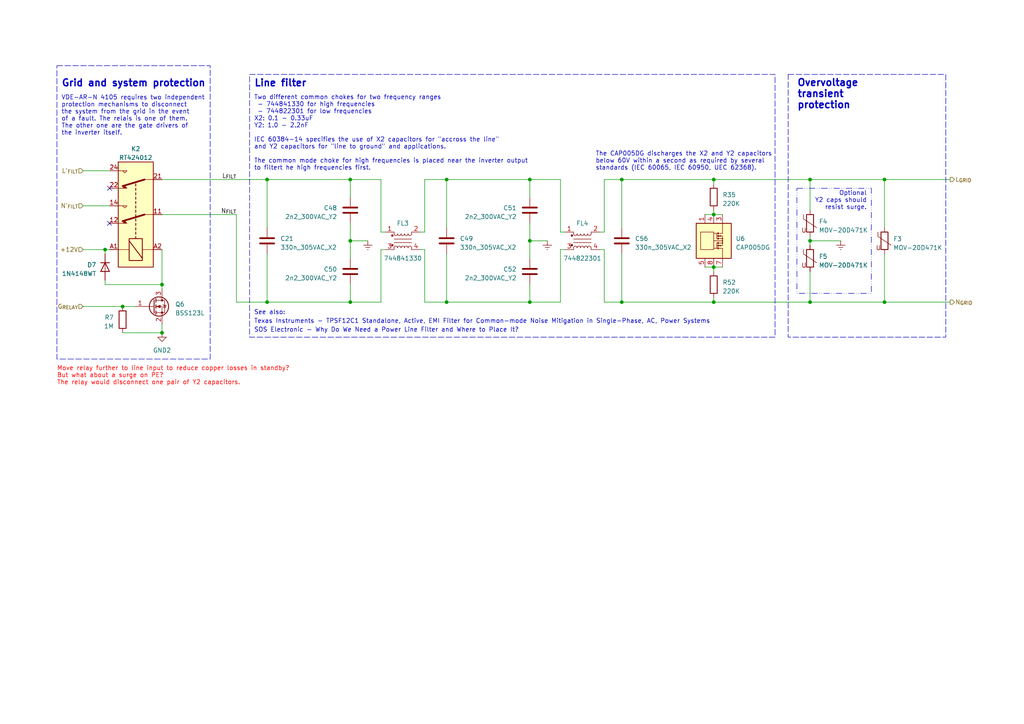
<source format=kicad_sch>
(kicad_sch (version 20230121) (generator eeschema)
  (paper "A4")
  (lib_symbols
    (symbol "_C_Safety:2n2_300VAC_Y2" (pin_numbers hide) (pin_names (offset 0.254))
      (property "Reference" "C" (at 0.635 2.54 0))
      (property "Value" "2n2_300VAC_Y2" (at 0.635 -2.54 0))
      (symbol "2n2_300VAC_Y2_0_1"
        (polyline (pts (xy -2.032 -0.762) (xy 2.032 -0.762)) (stroke (width 0.508)))
        (polyline (pts (xy -2.032 0.762) (xy 2.032 0.762)) (stroke (width 0.508)))
      )
      (symbol "2n2_300VAC_Y2_1_1"
        (pin passive line (at 0 3.81 270) (length 2.794) (name "~") (number "1"))
        (pin passive line (at 0 -3.81 90) (length 2.794) (name "~") (number "2"))
      )
    )
    (symbol "_C_Safety:330n_305VAC_X2" (pin_numbers hide) (pin_names (offset 0.254))
      (property "Reference" "C" (at 0.635 2.54 0))
      (property "Value" "330n_305VAC_X2" (at 0.635 -2.54 0))
      (symbol "330n_305VAC_X2_0_1"
        (polyline (pts (xy -2.032 -0.762) (xy 2.032 -0.762)) (stroke (width 0.508)))
        (polyline (pts (xy -2.032 0.762) (xy 2.032 0.762)) (stroke (width 0.508)))
      )
      (symbol "330n_305VAC_X2_1_1"
        (pin passive line (at 0 3.81 270) (length 2.794) (name "~") (number "1"))
        (pin passive line (at 0 -3.81 90) (length 2.794) (name "~") (number "2"))
      )
    )
    (symbol "_Diode:1N4148WT" (pin_numbers hide) (pin_names (offset 1.016) hide)
      (property "Reference" "D" (at 0 2.54 0))
      (property "Value" "1N4148WT" (at 0 -2.54 0))
      (symbol "1N4148WT_0_1"
        (polyline (pts (xy -1.27 1.27) (xy -1.27 -1.27)) (stroke (width 0.254)))
        (polyline (pts (xy 1.27 0) (xy -1.27 0)))
        (polyline (pts (xy 1.27 1.27) (xy 1.27 -1.27) (xy -1.27 0) (xy 1.27 1.27)) (stroke (width 0.254)))
      )
      (symbol "1N4148WT_1_1"
        (pin passive line (at -3.81 0 0) (length 2.54) (name "K") (number "1"))
        (pin passive line (at 3.81 0 180) (length 2.54) (name "A") (number "2"))
      )
    )
    (symbol "_Filter:744822301" (pin_names (offset 0.254) hide)
      (property "Reference" "FL" (at 0 4.445 0))
      (property "Value" "744822301" (at 0 -4.445 0))
      (symbol "744822301_0_1"
        (circle (center -3.048 -1.27) (radius 0.254) (fill (type outline)))
        (circle (center -3.048 1.524) (radius 0.254) (fill (type outline)))
        (arc (start -2.54 2.032) (mid -2.032 1.5262) (end -1.524 2.032))
        (arc (start -1.524 -2.032) (mid -2.032 -1.5262) (end -2.54 -2.032))
        (arc (start -1.524 2.032) (mid -1.016 1.5262) (end -0.508 2.032))
        (arc (start -0.508 -2.032) (mid -1.016 -1.5262) (end -1.524 -2.032))
        (arc (start -0.508 2.032) (mid 0 1.5262) (end 0.508 2.032))
        (polyline (pts (xy -2.54 -2.032) (xy -2.54 -2.54)))
        (polyline (pts (xy -2.54 0.508) (xy 2.54 0.508)))
        (polyline (pts (xy -2.54 2.032) (xy -2.54 2.54)))
        (polyline (pts (xy 2.54 -2.032) (xy 2.54 -2.54)))
        (polyline (pts (xy 2.54 -0.508) (xy -2.54 -0.508)))
        (polyline (pts (xy 2.54 2.54) (xy 2.54 2.032)))
        (arc (start 0.508 -2.032) (mid 0 -1.5262) (end -0.508 -2.032))
        (arc (start 0.508 2.032) (mid 1.016 1.5262) (end 1.524 2.032))
        (arc (start 1.524 -2.032) (mid 1.016 -1.5262) (end 0.508 -2.032))
        (arc (start 1.524 2.032) (mid 2.032 1.5262) (end 2.54 2.032))
        (arc (start 2.54 -2.032) (mid 2.032 -1.5262) (end 1.524 -2.032))
      )
      (symbol "744822301_1_1"
        (pin passive line (at -5.08 2.54 0) (length 2.54) (name "1") (number "1"))
        (pin passive line (at 5.08 2.54 180) (length 2.54) (name "2") (number "2"))
        (pin passive line (at -5.08 -2.54 0) (length 2.54) (name "3") (number "3"))
        (pin passive line (at 5.08 -2.54 180) (length 2.54) (name "4") (number "4"))
      )
    )
    (symbol "_Filter:744841330" (pin_names (offset 0.254) hide)
      (property "Reference" "FL" (at 0 4.445 0))
      (property "Value" "744841330" (at 0 -4.445 0))
      (symbol "744841330_0_1"
        (circle (center -3.048 -1.27) (radius 0.254) (fill (type outline)))
        (circle (center -3.048 1.524) (radius 0.254) (fill (type outline)))
        (arc (start -2.54 2.032) (mid -2.032 1.5262) (end -1.524 2.032))
        (arc (start -1.524 -2.032) (mid -2.032 -1.5262) (end -2.54 -2.032))
        (arc (start -1.524 2.032) (mid -1.016 1.5262) (end -0.508 2.032))
        (arc (start -0.508 -2.032) (mid -1.016 -1.5262) (end -1.524 -2.032))
        (arc (start -0.508 2.032) (mid 0 1.5262) (end 0.508 2.032))
        (polyline (pts (xy -2.54 -2.032) (xy -2.54 -2.54)))
        (polyline (pts (xy -2.54 0.508) (xy 2.54 0.508)))
        (polyline (pts (xy -2.54 2.032) (xy -2.54 2.54)))
        (polyline (pts (xy 2.54 -2.032) (xy 2.54 -2.54)))
        (polyline (pts (xy 2.54 -0.508) (xy -2.54 -0.508)))
        (polyline (pts (xy 2.54 2.54) (xy 2.54 2.032)))
        (arc (start 0.508 -2.032) (mid 0 -1.5262) (end -0.508 -2.032))
        (arc (start 0.508 2.032) (mid 1.016 1.5262) (end 1.524 2.032))
        (arc (start 1.524 -2.032) (mid 1.016 -1.5262) (end 0.508 -2.032))
        (arc (start 1.524 2.032) (mid 2.032 1.5262) (end 2.54 2.032))
        (arc (start 2.54 -2.032) (mid 2.032 -1.5262) (end 1.524 -2.032))
      )
      (symbol "744841330_1_1"
        (pin passive line (at -5.08 2.54 0) (length 2.54) (name "1") (number "1"))
        (pin passive line (at 5.08 2.54 180) (length 2.54) (name "2") (number "2"))
        (pin passive line (at -5.08 -2.54 0) (length 2.54) (name "3") (number "3"))
        (pin passive line (at 5.08 -2.54 180) (length 2.54) (name "4") (number "4"))
      )
    )
    (symbol "_Power_Management:CAP005DG" (pin_names (offset 1.27))
      (property "Reference" "U" (at 3.81 8.89 0))
      (property "Value" "CAP005DG" (at 3.81 6.35 0))
      (symbol "CAP005DG_0_1"
        (rectangle (start -5.08 5.08) (end 5.08 -5.08) (stroke (width 0.254)) (fill (type background)))
        (rectangle (start -3.81 2.54) (end 0 -2.54))
        (polyline (pts (xy 0.889 -2.159) (xy 0 -2.159)))
        (polyline (pts (xy 0.889 -0.508) (xy 0.889 -2.286)))
        (polyline (pts (xy 0.889 2.159) (xy 0 2.159)))
        (polyline (pts (xy 0.889 2.286) (xy 0.889 0.508)))
        (polyline (pts (xy 1.27 -2.159) (xy 2.54 -2.159)))
        (polyline (pts (xy 1.27 2.159) (xy 2.54 2.159)))
        (polyline (pts (xy 2.413 0) (xy 0 0)))
        (polyline (pts (xy 2.54 -2.159) (xy 2.54 -5.08)))
        (polyline (pts (xy 1.27 -2.032) (xy 1.27 -2.286) (xy 1.27 -2.286)) (stroke (width 0.3556)))
        (polyline (pts (xy 1.27 -1.27) (xy 1.27 -1.524) (xy 1.27 -1.524)) (stroke (width 0.3556)))
        (polyline (pts (xy 1.27 0.762) (xy 1.27 0.508) (xy 1.27 0.508)) (stroke (width 0.3556)))
        (polyline (pts (xy 1.27 1.524) (xy 1.27 1.27) (xy 1.27 1.27)) (stroke (width 0.3556)))
        (polyline (pts (xy 1.27 2.286) (xy 1.27 2.032) (xy 1.27 2.032)) (stroke (width 0.3556)))
        (polyline (pts (xy 1.397 -1.397) (xy 2.54 -1.397) (xy 2.54 -0.635)))
        (polyline (pts (xy 1.397 1.397) (xy 2.54 1.397) (xy 2.54 0.635)))
        (polyline (pts (xy 2.54 2.159) (xy 2.54 5.08) (xy 2.54 3.175)))
        (polyline (pts (xy 1.397 -0.635) (xy 2.54 -0.635) (xy 2.54 0.635) (xy 1.397 0.635)))
        (polyline (pts (xy 1.524 -1.397) (xy 2.032 -1.27) (xy 2.032 -1.524) (xy 1.524 -1.397)))
        (polyline (pts (xy 1.524 1.397) (xy 2.032 1.524) (xy 2.032 1.27) (xy 1.524 1.397)))
        (circle (center 2.54 -0.635) (radius 0.127))
        (circle (center 2.54 0) (radius 0.127))
        (circle (center 2.54 0.635) (radius 0.127))
      )
      (symbol "CAP005DG_1_1"
        (polyline (pts (xy 1.27 -0.508) (xy 1.27 -0.762)) (stroke (width 0.3556)))
        (pin passive line (at -2.54 7.62 270) (length 2.54) (name "~") (number "1"))
        (pin passive line (at 2.54 7.62 270) (length 2.54) hide (name "~") (number "2"))
        (pin passive line (at 2.54 7.62 270) (length 2.54) (name "~") (number "3"))
        (pin passive line (at 0 7.62 270) (length 2.54) (name "~") (number "4"))
        (pin passive line (at -2.54 -7.62 90) (length 2.54) (name "~") (number "5"))
        (pin passive line (at 2.54 -7.62 90) (length 2.54) hide (name "~") (number "6"))
        (pin passive line (at 2.54 -7.62 90) (length 2.54) (name "~") (number "7"))
        (pin passive line (at 0 -7.62 90) (length 2.54) (name "~") (number "8"))
      )
    )
    (symbol "_R_0603:1M" (pin_numbers hide) (pin_names (offset 0))
      (property "Reference" "R" (at 2.032 0 90))
      (property "Value" "1M" (at 0 0 90))
      (symbol "1M_0_1"
        (rectangle (start -1.016 -2.54) (end 1.016 2.54) (stroke (width 0.254)))
      )
      (symbol "1M_1_1"
        (pin passive line (at 0 3.81 270) (length 1.27) (name "~") (number "1"))
        (pin passive line (at 0 -3.81 90) (length 1.27) (name "~") (number "2"))
      )
    )
    (symbol "_R_1206:220K" (pin_numbers hide) (pin_names (offset 0))
      (property "Reference" "R" (at 2.032 0 90))
      (property "Value" "220K" (at 0 0 90))
      (symbol "220K_0_1"
        (rectangle (start -1.016 -2.54) (end 1.016 2.54) (stroke (width 0.254)))
      )
      (symbol "220K_1_1"
        (pin passive line (at 0 3.81 270) (length 1.27) (name "~") (number "1"))
        (pin passive line (at 0 -3.81 90) (length 1.27) (name "~") (number "2"))
      )
    )
    (symbol "_Relay:RT424012"
      (property "Reference" "K" (at 16.51 3.81 0))
      (property "Value" "RT424012" (at 16.51 1.27 0))
      (symbol "RT424012_0_1"
        (rectangle (start -15.24 5.08) (end 15.24 -5.08) (stroke (width 0.254)) (fill (type background)))
        (rectangle (start -13.335 1.905) (end -6.985 -1.905) (stroke (width 0.254)))
        (polyline (pts (xy -12.7 -1.905) (xy -7.62 1.905)) (stroke (width 0.254)))
        (polyline (pts (xy -10.16 -5.08) (xy -10.16 -1.905)))
        (polyline (pts (xy -10.16 5.08) (xy -10.16 1.905)))
        (polyline (pts (xy -6.985 0) (xy -6.35 0)) (stroke (width 0.254)))
        (polyline (pts (xy -5.715 0) (xy -5.08 0)) (stroke (width 0.254)))
        (polyline (pts (xy -4.445 0) (xy -3.81 0)) (stroke (width 0.254)))
        (polyline (pts (xy -3.175 0) (xy -2.54 0)) (stroke (width 0.254)))
        (polyline (pts (xy -1.905 0) (xy -1.27 0)) (stroke (width 0.254)))
        (polyline (pts (xy -0.635 0) (xy 0 0)) (stroke (width 0.254)))
        (polyline (pts (xy 0 -2.54) (xy -1.905 3.81)) (stroke (width 0.508)))
        (polyline (pts (xy 0 -2.54) (xy 0 -5.08)))
        (polyline (pts (xy 0.635 0) (xy 1.27 0)) (stroke (width 0.254)))
        (polyline (pts (xy 1.905 0) (xy 2.54 0)) (stroke (width 0.254)))
        (polyline (pts (xy 3.175 0) (xy 3.81 0)) (stroke (width 0.254)))
        (polyline (pts (xy 4.445 0) (xy 5.08 0)) (stroke (width 0.254)))
        (polyline (pts (xy 5.715 0) (xy 6.35 0)) (stroke (width 0.254)))
        (polyline (pts (xy 6.985 0) (xy 7.62 0)) (stroke (width 0.254)))
        (polyline (pts (xy 8.255 0) (xy 8.89 0)) (stroke (width 0.254)))
        (polyline (pts (xy 10.16 -2.54) (xy 8.255 3.81)) (stroke (width 0.508)))
        (polyline (pts (xy 10.16 -2.54) (xy 10.16 -5.08)))
        (polyline (pts (xy -2.54 5.08) (xy -2.54 2.54) (xy -1.905 3.175) (xy -2.54 3.81)) (fill (type outline)))
        (polyline (pts (xy 2.54 5.08) (xy 2.54 2.54) (xy 1.905 3.175) (xy 2.54 3.81)))
        (polyline (pts (xy 7.62 5.08) (xy 7.62 2.54) (xy 8.255 3.175) (xy 7.62 3.81)) (fill (type outline)))
        (polyline (pts (xy 12.7 5.08) (xy 12.7 2.54) (xy 12.065 3.175) (xy 12.7 3.81)))
      )
      (symbol "RT424012_1_1"
        (pin passive line (at 0 -7.62 90) (length 2.54) (name "~") (number "11"))
        (pin passive line (at -2.54 7.62 270) (length 2.54) (name "~") (number "12"))
        (pin passive line (at 2.54 7.62 270) (length 2.54) (name "~") (number "14"))
        (pin passive line (at 10.16 -7.62 90) (length 2.54) (name "~") (number "21"))
        (pin passive line (at 7.62 7.62 270) (length 2.54) (name "~") (number "22"))
        (pin passive line (at 12.7 7.62 270) (length 2.54) (name "~") (number "24"))
        (pin passive line (at -10.16 7.62 270) (length 2.54) (name "~") (number "A1"))
        (pin passive line (at -10.16 -7.62 90) (length 2.54) (name "~") (number "A2"))
      )
    )
    (symbol "_Transistor_FET:BSS123L" (pin_names (offset 0) hide)
      (property "Reference" "Q" (at 5.08 1.27 0))
      (property "Value" "BSS123L" (at 5.08 -1.27 0))
      (symbol "BSS123L_0_1"
        (polyline (pts (xy 0.254 0) (xy -2.54 0)))
        (polyline (pts (xy 0.254 1.905) (xy 0.254 -1.905)) (stroke (width 0.254)))
        (polyline (pts (xy 0.762 -1.27) (xy 0.762 -2.286)) (stroke (width 0.254)))
        (polyline (pts (xy 0.762 0.508) (xy 0.762 -0.508)) (stroke (width 0.254)))
        (polyline (pts (xy 0.762 2.286) (xy 0.762 1.27)) (stroke (width 0.254)))
        (polyline (pts (xy 2.54 2.54) (xy 2.54 1.778)))
        (polyline (pts (xy 2.54 -2.54) (xy 2.54 0) (xy 0.762 0)))
        (polyline (pts (xy 0.762 -1.778) (xy 3.302 -1.778) (xy 3.302 1.778) (xy 0.762 1.778)))
        (polyline (pts (xy 1.016 0) (xy 2.032 0.381) (xy 2.032 -0.381) (xy 1.016 0)) (fill (type outline)))
        (polyline (pts (xy 2.794 0.508) (xy 2.921 0.381) (xy 3.683 0.381) (xy 3.81 0.254)))
        (polyline (pts (xy 3.302 0.381) (xy 2.921 -0.254) (xy 3.683 -0.254) (xy 3.302 0.381)))
        (circle (center 1.651 0) (radius 2.794) (stroke (width 0.254)))
        (circle (center 2.54 -1.778) (radius 0.254) (fill (type outline)))
        (circle (center 2.54 1.778) (radius 0.254) (fill (type outline)))
      )
      (symbol "BSS123L_1_1"
        (pin input line (at -5.08 0 0) (length 2.54) (name "G") (number "1"))
        (pin passive line (at 2.54 -5.08 90) (length 2.54) (name "S") (number "2"))
        (pin passive line (at 2.54 5.08 270) (length 2.54) (name "D") (number "3"))
      )
    )
    (symbol "_Varistor:MOV-20D471K" (pin_numbers hide) (pin_names (offset 0))
      (property "Reference" "F" (at 3.175 0 90))
      (property "Value" "MOV-20D471K" (at -3.175 0 90))
      (symbol "MOV-20D471K_0_0"
        (text "U" (at -1.778 -2.032 0) (effects (font (size 1.27 1.27))))
      )
      (symbol "MOV-20D471K_0_1"
        (rectangle (start -1.016 -2.54) (end 1.016 2.54) (stroke (width 0.254)))
        (polyline (pts (xy -1.905 2.54) (xy -1.905 1.27) (xy 1.905 -1.27)))
      )
      (symbol "MOV-20D471K_1_1"
        (pin passive line (at 0 3.81 270) (length 1.27) (name "~") (number "1"))
        (pin passive line (at 0 -3.81 90) (length 1.27) (name "~") (number "2"))
      )
    )
    (symbol "power:Earth" (power) (pin_names (offset 0))
      (symbol "Earth_0_1"
        (polyline (pts (xy -0.635 -1.905) (xy 0.635 -1.905)))
        (polyline (pts (xy -0.127 -2.54) (xy 0.127 -2.54)))
        (polyline (pts (xy 0 -1.27) (xy 0 0)))
        (polyline (pts (xy 1.27 -1.27) (xy -1.27 -1.27)))
      )
      (symbol "Earth_1_1"
        (pin power_in line (at 0 0 270) (length 0) hide (name "Earth") (number "1"))
      )
    )
    (symbol "power:GND2" (power) (pin_names (offset 0))
      (property "Value" "GND2" (at 0 -3.81 0))
      (symbol "GND2_0_1"
        (polyline (pts (xy 0 0) (xy 0 -1.27) (xy 1.27 -1.27) (xy 0 -2.54) (xy -1.27 -1.27) (xy 0 -1.27)))
      )
      (symbol "GND2_1_1"
        (pin power_in line (at 0 0 270) (length 0) hide (name "GND2") (number "1"))
      )
    )
  )
  (junction (at 234.95 69.85))
  (junction (at 77.47 52.07))
  (junction (at 101.6 69.85))
  (junction (at 153.67 69.85))
  (junction (at 207.01 87.63))
  (junction (at 30.48 72.39))
  (junction (at 234.95 87.63))
  (junction (at 129.54 87.63))
  (junction (at 35.56 88.9))
  (junction (at 153.67 52.07))
  (junction (at 207.01 52.07))
  (junction (at 101.6 87.63))
  (junction (at 129.54 52.07))
  (junction (at 101.6 52.07))
  (junction (at 46.99 96.52))
  (junction (at 153.67 87.63))
  (junction (at 256.54 52.07))
  (junction (at 234.95 52.07))
  (junction (at 180.34 52.07))
  (junction (at 77.47 87.63))
  (junction (at 180.34 87.63))
  (junction (at 256.54 87.63))
  (junction (at 207.01 77.47))
  (junction (at 207.01 62.23))
  (junction (at 46.99 82.55))
  (no_connect (at 31.75 54.61))
  (no_connect (at 31.75 64.77))
  (wire (pts (xy 101.6 64.77) (xy 101.6 69.85)))
  (wire (pts (xy 256.54 52.07) (xy 256.54 66.04)))
  (wire (pts (xy 180.34 52.07) (xy 175.26 52.07)))
  (wire (pts (xy 30.48 73.66) (xy 30.48 72.39)))
  (wire (pts (xy 175.26 87.63) (xy 180.34 87.63)))
  (wire (pts (xy 243.84 69.85) (xy 234.95 69.85)))
  (wire (pts (xy 207.01 77.47) (xy 204.47 77.47)))
  (wire (pts (xy 180.34 52.07) (xy 180.34 66.04)))
  (wire (pts (xy 101.6 69.85) (xy 101.6 74.93)))
  (wire (pts (xy 158.75 69.85) (xy 153.67 69.85)))
  (wire (pts (xy 68.58 62.23) (xy 68.58 87.63)))
  (wire (pts (xy 77.47 73.66) (xy 77.47 87.63)))
  (wire (pts (xy 46.99 62.23) (xy 68.58 62.23)))
  (wire (pts (xy 123.19 72.39) (xy 123.19 87.63)))
  (wire (pts (xy 153.67 87.63) (xy 162.56 87.63)))
  (wire (pts (xy 153.67 82.55) (xy 153.67 87.63)))
  (wire (pts (xy 35.56 96.52) (xy 46.99 96.52)))
  (wire (pts (xy 101.6 82.55) (xy 101.6 87.63)))
  (wire (pts (xy 77.47 87.63) (xy 101.6 87.63)))
  (wire (pts (xy 110.49 52.07) (xy 110.49 67.31)))
  (wire (pts (xy 207.01 52.07) (xy 234.95 52.07)))
  (wire (pts (xy 173.99 67.31) (xy 175.26 67.31)))
  (wire (pts (xy 207.01 87.63) (xy 234.95 87.63)))
  (wire (pts (xy 207.01 62.23) (xy 204.47 62.23)))
  (wire (pts (xy 46.99 72.39) (xy 46.99 82.55)))
  (wire (pts (xy 121.92 72.39) (xy 123.19 72.39)))
  (wire (pts (xy 234.95 78.74) (xy 234.95 87.63)))
  (wire (pts (xy 234.95 52.07) (xy 234.95 60.96)))
  (wire (pts (xy 129.54 73.66) (xy 129.54 87.63)))
  (wire (pts (xy 24.13 72.39) (xy 30.48 72.39)))
  (wire (pts (xy 175.26 52.07) (xy 175.26 67.31)))
  (wire (pts (xy 110.49 72.39) (xy 110.49 87.63)))
  (wire (pts (xy 101.6 52.07) (xy 110.49 52.07)))
  (wire (pts (xy 39.37 88.9) (xy 35.56 88.9)))
  (wire (pts (xy 101.6 87.63) (xy 110.49 87.63)))
  (wire (pts (xy 207.01 77.47) (xy 207.01 78.74)))
  (wire (pts (xy 153.67 69.85) (xy 153.67 74.93)))
  (wire (pts (xy 234.95 68.58) (xy 234.95 69.85)))
  (wire (pts (xy 123.19 52.07) (xy 123.19 67.31)))
  (wire (pts (xy 207.01 86.36) (xy 207.01 87.63)))
  (wire (pts (xy 123.19 52.07) (xy 129.54 52.07)))
  (wire (pts (xy 46.99 93.98) (xy 46.99 96.52)))
  (wire (pts (xy 180.34 87.63) (xy 207.01 87.63)))
  (wire (pts (xy 129.54 87.63) (xy 153.67 87.63)))
  (wire (pts (xy 234.95 69.85) (xy 234.95 71.12)))
  (wire (pts (xy 209.55 77.47) (xy 207.01 77.47)))
  (wire (pts (xy 180.34 73.66) (xy 180.34 87.63)))
  (wire (pts (xy 77.47 52.07) (xy 77.47 66.04)))
  (wire (pts (xy 46.99 52.07) (xy 77.47 52.07)))
  (wire (pts (xy 163.83 67.31) (xy 162.56 67.31)))
  (wire (pts (xy 46.99 82.55) (xy 46.99 83.82)))
  (wire (pts (xy 256.54 73.66) (xy 256.54 87.63)))
  (wire (pts (xy 234.95 52.07) (xy 256.54 52.07)))
  (wire (pts (xy 111.76 72.39) (xy 110.49 72.39)))
  (wire (pts (xy 111.76 67.31) (xy 110.49 67.31)))
  (wire (pts (xy 123.19 87.63) (xy 129.54 87.63)))
  (wire (pts (xy 129.54 52.07) (xy 153.67 52.07)))
  (wire (pts (xy 162.56 72.39) (xy 162.56 87.63)))
  (wire (pts (xy 153.67 52.07) (xy 162.56 52.07)))
  (wire (pts (xy 77.47 52.07) (xy 101.6 52.07)))
  (wire (pts (xy 207.01 52.07) (xy 207.01 53.34)))
  (wire (pts (xy 162.56 52.07) (xy 162.56 67.31)))
  (wire (pts (xy 173.99 72.39) (xy 175.26 72.39)))
  (wire (pts (xy 129.54 52.07) (xy 129.54 66.04)))
  (wire (pts (xy 256.54 52.07) (xy 275.59 52.07)))
  (wire (pts (xy 153.67 64.77) (xy 153.67 69.85)))
  (wire (pts (xy 207.01 60.96) (xy 207.01 62.23)))
  (wire (pts (xy 175.26 72.39) (xy 175.26 87.63)))
  (wire (pts (xy 180.34 52.07) (xy 207.01 52.07)))
  (wire (pts (xy 30.48 82.55) (xy 30.48 81.28)))
  (wire (pts (xy 106.68 69.85) (xy 101.6 69.85)))
  (wire (pts (xy 24.13 49.53) (xy 31.75 49.53)))
  (wire (pts (xy 163.83 72.39) (xy 162.56 72.39)))
  (wire (pts (xy 121.92 67.31) (xy 123.19 67.31)))
  (wire (pts (xy 256.54 87.63) (xy 275.59 87.63)))
  (wire (pts (xy 209.55 62.23) (xy 207.01 62.23)))
  (wire (pts (xy 101.6 52.07) (xy 101.6 57.15)))
  (wire (pts (xy 68.58 87.63) (xy 77.47 87.63)))
  (wire (pts (xy 153.67 52.07) (xy 153.67 57.15)))
  (wire (pts (xy 234.95 87.63) (xy 256.54 87.63)))
  (wire (pts (xy 30.48 72.39) (xy 31.75 72.39)))
  (wire (pts (xy 24.13 88.9) (xy 35.56 88.9)))
  (wire (pts (xy 24.13 59.69) (xy 31.75 59.69)))
  (wire (pts (xy 30.48 82.55) (xy 46.99 82.55)))
  (rectangle (start 72.39 21.59) (end 224.79 97.79) (stroke (width 0) (type dash)))
  (rectangle (start 231.14 54.61) (end 252.73 85.09) (stroke (width 0) (type dash_dot_dot)))
  (rectangle (start 16.51 19.05) (end 60.96 104.14) (stroke (width 0) (type dash)))
  (rectangle (start 228.6 21.59) (end 274.32 97.79) (stroke (width 0) (type dash)))
  (text "Grid and system protection" (at 17.78 25.4 0) (effects (font (size 2 2) (thickness 0.4) bold) (justify left bottom)))
  (text "Line filter" (at 73.66 25.4 0) (effects (font (size 2 2) (thickness 0.4) bold) (justify left bottom)))
  (text "The CAP005DG discharges the X2 and Y2 capacitors\nbelow 60V within a second as required by several \nstandards (IEC 60065, IEC 60950, UEC 62368)." (at 172.72 49.53 0) (effects (font (size 1.27 1.27)) (justify left bottom)))
  (text "Texas Instruments - TPSF12C1 Standalone, Active, EMI Filter for Common-mode Noise Mitigation in Single-Phase, AC, Power Systems" (at 73.66 93.98 0) (effects (font (size 1.27 1.27)) (justify left bottom)))
  (text "SOS Electronic - Why Do We Need a Power Line Filter and Where to Place It?" (at 73.66 96.52 0) (effects (font (size 1.27 1.27)) (justify left bottom)))
  (text "Move relay further to line input to reduce copper losses in standby?\nBut what about a surge on PE? \nThe relay would disconnect one pair of Y2 capacitors." (at 16.51 111.76 0) (effects (font (size 1.27 1.27)) (justify left bottom)))
  (text "VDE-AR-N 4105 requires two independent \nprotection mechanisms to disconnect \nthe system from the grid in the event \nof a fault. The relais is one of them.\nThe other one are the gate drivers of \nthe inverter itself." (at 17.78 39.37 0) (effects (font (size 1.27 1.27)) (justify left bottom)))
  (text "Overvoltage\ntransient\nprotection" (at 231.14 31.75 0) (effects (font (size 2 2) (thickness 0.4) bold) (justify left bottom)))
  (text "See also:" (at 73.66 91.44 0) (effects (font (size 1.27 1.27)) (justify left bottom)))
  (text "Optional\nY2 caps should\nresist surge." (at 251.46 60.96 0) (effects (font (size 1.27 1.27)) (justify right bottom)))
  (text "Two different common chokes for two frequency ranges\n - 744841330 for high frequencies\n - 744822301 for low frequencies\nX2: 0.1 - 0.33uF\nY2: 1.0 - 2.2nF\n\nIEC 60384-14 specifies the use of X2 capacitors for \"accross the line\" \nand Y2 capacitors for \"line to ground\" and applications.\n\nThe common mode choke for high frequencies is placed near the inverter output \nto filtert he high frequencies first." (at 73.66 49.53 0) (effects (font (size 1.27 1.27)) (justify left bottom)))
  (label "L_{FILT}" (at 68.58 52.07 180))
  (label "N_{FILT}" (at 68.58 62.23 180))
  (hierarchical_label "G_{RELAY}" (shape input) (at 24.13 88.9 180))
  (hierarchical_label "L_{GRID}" (shape output) (at 275.59 52.07 0))
  (hierarchical_label "N'_{FILT}" (shape input) (at 24.13 59.69 180))
  (hierarchical_label "N_{GRID}" (shape output) (at 275.59 87.63 0))
  (hierarchical_label "+12V" (shape input) (at 24.13 72.39 180))
  (hierarchical_label "L'_{FILT}" (shape input) (at 24.13 49.53 180))
  (symbol (lib_id "_C_Safety:330n_305VAC_X2") (at 129.54 69.85 0) (unit 1)
    (property "Reference" "C49" (at 133.35 69.215 0) (effects (justify left)))
    (property "Value" "330n_305VAC_X2" (at 133.35 71.755 0) (effects (justify left)))
    (property "Footprint" "Capacitor_THT:C_Rect_L18.0mm_W8.0mm_P15.00mm_FKS3_FKP3" (effects hide))
    (property "Datasheet" "https://www.tdk-electronics.tdk.com/inf/20/20/db/fc_2009/X2_B32921_928.pdf" (effects hide))
    (property "MF" "TDK" (effects hide))
    (property "MPN" "B32922C3334M" (effects hide))
    (property "OC_MOUSER" "871-B32922C3334M289" (effects hide))
  )
  (symbol (lib_id "_C_Safety:330n_305VAC_X2") (at 180.34 69.85 0) (unit 1)
    (property "Reference" "C56" (at 184.15 69.215 0) (effects (justify left)))
    (property "Value" "330n_305VAC_X2" (at 184.15 71.755 0) (effects (justify left)))
    (property "Footprint" "Capacitor_THT:C_Rect_L18.0mm_W8.0mm_P15.00mm_FKS3_FKP3" (effects hide))
    (property "Datasheet" "https://www.tdk-electronics.tdk.com/inf/20/20/db/fc_2009/X2_B32921_928.pdf" (effects hide))
    (property "MF" "TDK" (effects hide))
    (property "MPN" "B32922C3334M" (effects hide))
    (property "OC_MOUSER" "871-B32922C3334M289" (effects hide))
  )
  (symbol (lib_id "power:GND2") (at 46.99 96.52 0) (unit 1)
    (property "Reference" "#PWR062" (effects hide))
    (property "Value" "GND2" (at 46.99 101.6 0))
  )
  (symbol (lib_id "_R_1206:220K") (at 207.01 57.15 0) (unit 1)
    (property "Reference" "R35" (at 209.55 56.515 0) (effects (justify left)))
    (property "Value" "220K" (at 209.55 59.055 0) (effects (justify left)))
    (property "Footprint" "Resistor_SMD:R_1206_3216Metric" (effects hide))
    (property "OC_MOUSER" "652-CR1206FX-2203ELF" (effects hide))
  )
  (symbol (lib_id "power:Earth") (at 106.68 69.85 0) (unit 1)
    (property "Reference" "#PWR019" (effects hide))
    (property "Value" "Earth" (effects hide))
  )
  (symbol (lib_id "_Filter:744822301") (at 168.91 69.85 0) (unit 1)
    (property "Reference" "FL4" (at 168.91 64.77 0))
    (property "Value" "744822301" (at 168.91 74.93 0))
    (property "Footprint" "Inductor_THT:L_CommonMode_Wuerth_WE-CMB-S" (effects hide))
    (property "Datasheet" "https://www.we-online.com/components/products/datasheet/744822301.pdf" (effects hide))
    (property "MF" "Wuerth Elektronik" (effects hide))
    (property "MPN" "744822301" (effects hide))
  )
  (symbol (lib_id "_Diode:1N4148WT") (at 30.48 77.47 90) (mirror x) (unit 1)
    (property "Reference" "D7" (at 27.94 76.835 90) (effects (justify left)))
    (property "Value" "1N4148WT" (at 27.94 79.375 90) (effects (justify left)))
    (property "Footprint" "Diode_SMD:D_0603_1608Metric" (effects hide))
    (property "Sim.Device" "D" (effects hide))
    (property "Sim.Pins" "1=K 2=A" (effects hide))
    (property "OC_MOUSER" "750-CDSU4148" (effects hide))
  )
  (symbol (lib_id "_C_Safety:2n2_300VAC_Y2") (at 153.67 60.96 0) (unit 1)
    (property "Reference" "C51" (at 149.86 60.325 0) (effects (justify right)))
    (property "Value" "2n2_300VAC_Y2" (at 149.86 62.865 0) (effects (justify right)))
    (property "Footprint" "Capacitor_THT:C_Rect_L13.0mm_W4.0mm_P10.00mm_FKS3_FKP3_MKS4" (effects hide))
    (property "Datasheet" "https://www.tdk-electronics.tdk.com/inf/20/20/db/fc_2009/Y2_B32021_026.pdf" (effects hide))
    (property "MF" "TDK" (effects hide))
    (property "MPN" "B32021A3222M" (effects hide))
    (property "OC_MOUSER" "871-B32021A3222M" (effects hide))
  )
  (symbol (lib_id "_Varistor:MOV-20D471K") (at 256.54 69.85 0) (unit 1)
    (property "Reference" "F3" (at 259.08 69.3142 0) (effects (justify left)))
    (property "Value" "MOV-20D471K" (at 259.08 71.8542 0) (effects (justify left)))
    (property "Footprint" "Varistor:RV_Disc_D21.5mm_W5.8mm_P10mm" (effects hide))
    (property "Datasheet" "https://www.bourns.com/docs/Product-Datasheets/MOV20D.pdf" (effects hide))
    (property "Sim.Name" "kicad_builtin_varistor" (effects hide))
    (property "Sim.Device" "SUBCKT" (effects hide))
    (property "Sim.Pins" "1=A 2=B" (effects hide))
    (property "Sim.Params" "threshold=1k" (effects hide))
    (property "Sim.Library" "${KICAD7_SYMBOL_DIR}/Simulation_SPICE.sp" (effects hide))
    (property "MF" "Mouser" (effects hide))
    (property "MPN" "MOV-20D471K" (effects hide))
    (property "OC_LCSC" "C1531018" (effects hide))
    (property "OC_MOUSER" "652-MOV-20D471K" (effects hide))
  )
  (symbol (lib_id "_Varistor:MOV-20D471K") (at 234.95 64.77 0) (unit 1)
    (property "Reference" "F4" (at 237.49 64.2342 0) (effects (justify left)))
    (property "Value" "MOV-20D471K" (at 237.49 66.7742 0) (effects (justify left)))
    (property "Footprint" "Varistor:RV_Disc_D21.5mm_W5.8mm_P10mm" (effects hide))
    (property "Datasheet" "https://www.bourns.com/docs/Product-Datasheets/MOV20D.pdf" (effects hide))
    (property "Sim.Name" "kicad_builtin_varistor" (effects hide))
    (property "Sim.Device" "SUBCKT" (effects hide))
    (property "Sim.Pins" "1=A 2=B" (effects hide))
    (property "Sim.Params" "threshold=1k" (effects hide))
    (property "Sim.Library" "${KICAD7_SYMBOL_DIR}/Simulation_SPICE.sp" (effects hide))
    (property "MF" "Mouser" (effects hide))
    (property "MPN" "MOV-20D471K" (effects hide))
    (property "OC_LCSC" "C1531018" (effects hide))
    (property "OC_MOUSER" "652-MOV-20D471K" (effects hide))
  )
  (symbol (lib_id "_R_0603:1M") (at 35.56 92.71 0) (unit 1)
    (property "Reference" "R7" (at 33.02 92.075 0) (effects (justify right)))
    (property "Value" "1M" (at 33.02 94.615 0) (effects (justify right)))
    (property "Footprint" "Resistor_SMD:R_0603_1608Metric" (effects hide))
    (property "OC_MOUSER" "603-AC0603FR-071ML" (effects hide))
  )
  (symbol (lib_id "_Relay:RT424012") (at 39.37 62.23 90) (unit 1)
    (property "Reference" "K2" (at 39.37 43.18 90))
    (property "Value" "RT424012" (at 39.37 45.72 90))
    (property "Footprint" "Relay_THT:Relay_DPDT_Schrack-RT2-FormC_RM5mm" (effects hide))
    (property "Datasheet" "https://www.te.com/commerce/DocumentDelivery/DDEController?Action=showdoc&DocId=Data+Sheet%7FRT2%7F2%7Fpdf%7FEnglish%7FENG_DS_RT2_2.pdf%7F6-1393243-3" (effects hide))
    (property "MF" "TE Connectivity" (effects hide))
    (property "MPN" "RT424012" (effects hide))
    (property "OC_FARNELL" "RT424-12" (effects hide))
    (property "OC_LCSC" "C1524591" (effects hide))
    (property "OC_MOUSER" "655-RT424012" (effects hide))
  )
  (symbol (lib_id "_Power_Management:CAP005DG") (at 207.01 69.85 0) (unit 1)
    (property "Reference" "U6" (at 213.36 69.215 0) (effects (justify left)))
    (property "Value" "CAP005DG" (at 213.36 71.755 0) (effects (justify left)))
    (property "Footprint" "Package_SO:SOIC-8_3.9x4.9mm_P1.27mm" (effects hide))
    (property "Datasheet" "https://ac-dc.power.com/sites/default/files/product-docs/capzero_family_datasheet.pdf" (effects hide))
    (property "MF" "Power Integrations" (effects hide))
    (property "MPN" "CAP005DG" (effects hide))
    (property "OC_MOUSER" "869-CAP005DG-TL" (effects hide))
  )
  (symbol (lib_id "_R_1206:220K") (at 207.01 82.55 0) (unit 1)
    (property "Reference" "R52" (at 209.55 81.915 0) (effects (justify left)))
    (property "Value" "220K" (at 209.55 84.455 0) (effects (justify left)))
    (property "Footprint" "Resistor_SMD:R_1206_3216Metric" (effects hide))
    (property "OC_MOUSER" "652-CR1206FX-2203ELF" (effects hide))
  )
  (symbol (lib_id "_Transistor_FET:BSS123L") (at 44.45 88.9 0) (unit 1)
    (property "Reference" "Q6" (at 50.8 88.265 0) (effects (justify left)))
    (property "Value" "BSS123L" (at 50.8 90.805 0) (effects (justify left)))
    (property "Footprint" "Package_TO_SOT_SMD:SOT-23" (effects hide))
    (property "Datasheet" "https://www.mouser.de/datasheet/2/308/BSS123L-1305245.pdf" (effects hide))
    (property "MF" "ON Semiconductor" (effects hide))
    (property "MPN" "BSS123L" (effects hide))
    (property "OC_MOUSER" "512-BSS123L" (effects hide))
  )
  (symbol (lib_id "power:Earth") (at 158.75 69.85 0) (unit 1)
    (property "Reference" "#PWR08" (effects hide))
    (property "Value" "Earth" (effects hide))
  )
  (symbol (lib_id "_C_Safety:2n2_300VAC_Y2") (at 153.67 78.74 0) (unit 1)
    (property "Reference" "C52" (at 149.86 78.105 0) (effects (justify right)))
    (property "Value" "2n2_300VAC_Y2" (at 149.86 80.645 0) (effects (justify right)))
    (property "Footprint" "Capacitor_THT:C_Rect_L13.0mm_W4.0mm_P10.00mm_FKS3_FKP3_MKS4" (effects hide))
    (property "Datasheet" "https://www.tdk-electronics.tdk.com/inf/20/20/db/fc_2009/Y2_B32021_026.pdf" (effects hide))
    (property "MF" "TDK" (effects hide))
    (property "MPN" "B32021A3222M" (effects hide))
    (property "OC_MOUSER" "871-B32021A3222M" (effects hide))
  )
  (symbol (lib_id "_Filter:744841330") (at 116.84 69.85 0) (unit 1)
    (property "Reference" "FL3" (at 116.84 64.77 0))
    (property "Value" "744841330" (at 116.84 74.93 0))
    (property "Footprint" "Inductor_THT:L_CommonMode_Wuerth_WE-CMB-XS" (effects hide))
    (property "Datasheet" "https://www.we-online.com/components/products/datasheet/744841330.pdf" (effects hide))
    (property "MF" "Wuerth Elektronik" (effects hide))
    (property "MPN" "744841330" (effects hide))
  )
  (symbol (lib_id "_Varistor:MOV-20D471K") (at 234.95 74.93 0) (unit 1)
    (property "Reference" "F5" (at 237.49 74.3942 0) (effects (justify left)))
    (property "Value" "MOV-20D471K" (at 237.49 76.9342 0) (effects (justify left)))
    (property "Footprint" "Varistor:RV_Disc_D21.5mm_W5.8mm_P10mm" (effects hide))
    (property "Datasheet" "https://www.bourns.com/docs/Product-Datasheets/MOV20D.pdf" (effects hide))
    (property "Sim.Name" "kicad_builtin_varistor" (effects hide))
    (property "Sim.Device" "SUBCKT" (effects hide))
    (property "Sim.Pins" "1=A 2=B" (effects hide))
    (property "Sim.Params" "threshold=1k" (effects hide))
    (property "Sim.Library" "${KICAD7_SYMBOL_DIR}/Simulation_SPICE.sp" (effects hide))
    (property "MF" "Mouser" (effects hide))
    (property "MPN" "MOV-20D471K" (effects hide))
    (property "OC_LCSC" "C1531018" (effects hide))
    (property "OC_MOUSER" "652-MOV-20D471K" (effects hide))
  )
  (symbol (lib_id "_C_Safety:2n2_300VAC_Y2") (at 101.6 78.74 0) (unit 1)
    (property "Reference" "C50" (at 97.79 78.105 0) (effects (justify right)))
    (property "Value" "2n2_300VAC_Y2" (at 97.79 80.645 0) (effects (justify right)))
    (property "Footprint" "Capacitor_THT:C_Rect_L13.0mm_W4.0mm_P10.00mm_FKS3_FKP3_MKS4" (effects hide))
    (property "Datasheet" "https://www.tdk-electronics.tdk.com/inf/20/20/db/fc_2009/Y2_B32021_026.pdf" (effects hide))
    (property "MF" "TDK" (effects hide))
    (property "MPN" "B32021A3222M" (effects hide))
    (property "OC_MOUSER" "871-B32021A3222M" (effects hide))
  )
  (symbol (lib_id "_C_Safety:330n_305VAC_X2") (at 77.47 69.85 0) (unit 1)
    (property "Reference" "C21" (at 81.28 69.215 0) (effects (justify left)))
    (property "Value" "330n_305VAC_X2" (at 81.28 71.755 0) (effects (justify left)))
    (property "Footprint" "Capacitor_THT:C_Rect_L18.0mm_W8.0mm_P15.00mm_FKS3_FKP3" (effects hide))
    (property "Datasheet" "https://www.tdk-electronics.tdk.com/inf/20/20/db/fc_2009/X2_B32921_928.pdf" (effects hide))
    (property "MF" "TDK" (effects hide))
    (property "MPN" "B32922C3334M" (effects hide))
    (property "OC_MOUSER" "871-B32922C3334M289" (effects hide))
  )
  (symbol (lib_id "power:Earth") (at 243.84 69.85 0) (unit 1)
    (property "Reference" "#PWR047" (effects hide))
    (property "Value" "Earth" (effects hide))
  )
  (symbol (lib_id "_C_Safety:2n2_300VAC_Y2") (at 101.6 60.96 0) (unit 1)
    (property "Reference" "C48" (at 97.79 60.325 0) (effects (justify right)))
    (property "Value" "2n2_300VAC_Y2" (at 97.79 62.865 0) (effects (justify right)))
    (property "Footprint" "Capacitor_THT:C_Rect_L13.0mm_W4.0mm_P10.00mm_FKS3_FKP3_MKS4" (effects hide))
    (property "Datasheet" "https://www.tdk-electronics.tdk.com/inf/20/20/db/fc_2009/Y2_B32021_026.pdf" (effects hide))
    (property "MF" "TDK" (effects hide))
    (property "MPN" "B32021A3222M" (effects hide))
    (property "OC_MOUSER" "871-B32021A3222M" (effects hide))
  )
)
</source>
